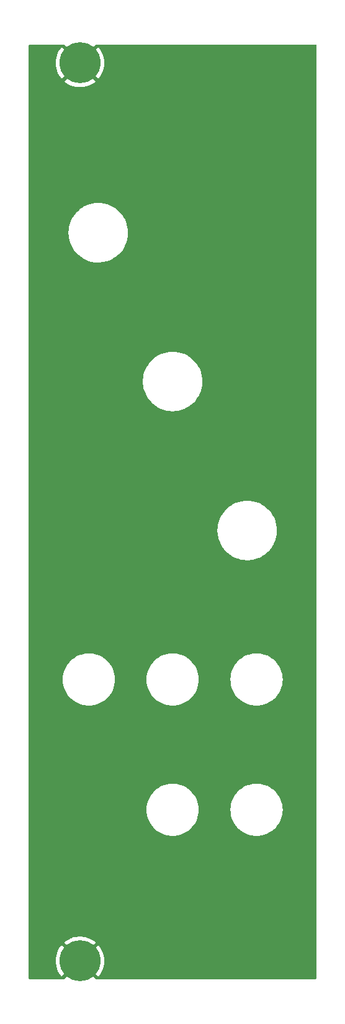
<source format=gbl>
G04 #@! TF.GenerationSoftware,KiCad,Pcbnew,6.0.0-d3dd2cf0fa~116~ubuntu20.04.1*
G04 #@! TF.CreationDate,2022-01-02T10:53:34-05:00*
G04 #@! TF.ProjectId,front_panel,66726f6e-745f-4706-916e-656c2e6b6963,0*
G04 #@! TF.SameCoordinates,Original*
G04 #@! TF.FileFunction,Copper,L2,Bot*
G04 #@! TF.FilePolarity,Positive*
%FSLAX46Y46*%
G04 Gerber Fmt 4.6, Leading zero omitted, Abs format (unit mm)*
G04 Created by KiCad (PCBNEW 6.0.0-d3dd2cf0fa~116~ubuntu20.04.1) date 2022-01-02 10:53:34*
%MOMM*%
%LPD*%
G01*
G04 APERTURE LIST*
G04 #@! TA.AperFunction,ComponentPad*
%ADD10C,5.600000*%
G04 #@! TD*
G04 APERTURE END LIST*
D10*
X120700000Y-148880000D03*
X120700000Y-26380000D03*
G04 #@! TA.AperFunction,Conductor*
G36*
X118583142Y-23908002D02*
G01*
X118604116Y-23924905D01*
X120687190Y-26007980D01*
X120701131Y-26015592D01*
X120702966Y-26015461D01*
X120709580Y-26011210D01*
X122795884Y-23924905D01*
X122858196Y-23890880D01*
X122884979Y-23888000D01*
X152866000Y-23888000D01*
X152934121Y-23908002D01*
X152980614Y-23961658D01*
X152992000Y-24014000D01*
X152992000Y-151246000D01*
X152971998Y-151314121D01*
X152918342Y-151360614D01*
X152866000Y-151372000D01*
X122884979Y-151372000D01*
X122816858Y-151351998D01*
X122795884Y-151335095D01*
X120712810Y-149252020D01*
X120698869Y-149244408D01*
X120697034Y-149244539D01*
X120690420Y-149248790D01*
X118604116Y-151335095D01*
X118541804Y-151369120D01*
X118515021Y-151372000D01*
X113834000Y-151372000D01*
X113765879Y-151351998D01*
X113719386Y-151298342D01*
X113708000Y-151246000D01*
X113708000Y-148871832D01*
X117387333Y-148871832D01*
X117405117Y-149222893D01*
X117405827Y-149229649D01*
X117461420Y-149576723D01*
X117462859Y-149583378D01*
X117555608Y-149922410D01*
X117557757Y-149928871D01*
X117686581Y-150255912D01*
X117689412Y-150262095D01*
X117852803Y-150573310D01*
X117856286Y-150579152D01*
X118052330Y-150870896D01*
X118056433Y-150876340D01*
X118176425Y-151018836D01*
X118189164Y-151027279D01*
X118199608Y-151021181D01*
X120327980Y-148892810D01*
X120334357Y-148881131D01*
X121064408Y-148881131D01*
X121064539Y-148882966D01*
X121068790Y-148889580D01*
X123199009Y-151019798D01*
X123212605Y-151027223D01*
X123222218Y-151020522D01*
X123322518Y-150903912D01*
X123326676Y-150898514D01*
X123525762Y-150608840D01*
X123529310Y-150603029D01*
X123695942Y-150293559D01*
X123698849Y-150287381D01*
X123831090Y-149961713D01*
X123833304Y-149955283D01*
X123929598Y-149617237D01*
X123931105Y-149610607D01*
X123990332Y-149264118D01*
X123991112Y-149257378D01*
X124012668Y-148904925D01*
X124012784Y-148901323D01*
X124012853Y-148881819D01*
X124012761Y-148878194D01*
X123993666Y-148525615D01*
X123992931Y-148518849D01*
X123936130Y-148171985D01*
X123934663Y-148165313D01*
X123840736Y-147826627D01*
X123838562Y-147820163D01*
X123708598Y-147493578D01*
X123705742Y-147487398D01*
X123541269Y-147176763D01*
X123537769Y-147170937D01*
X123340697Y-146879862D01*
X123336590Y-146874453D01*
X123223565Y-146741179D01*
X123210740Y-146732743D01*
X123200416Y-146738795D01*
X121072020Y-148867190D01*
X121064408Y-148881131D01*
X120334357Y-148881131D01*
X120335592Y-148878869D01*
X120335461Y-148877034D01*
X120331210Y-148870420D01*
X118200992Y-146740203D01*
X118187455Y-146732811D01*
X118177753Y-146739599D01*
X118070430Y-146865257D01*
X118066296Y-146870664D01*
X117868215Y-147161041D01*
X117864697Y-147166851D01*
X117699134Y-147476922D01*
X117696259Y-147483087D01*
X117565155Y-147809218D01*
X117562962Y-147815658D01*
X117467846Y-148154044D01*
X117466363Y-148160679D01*
X117408350Y-148507354D01*
X117407591Y-148514126D01*
X117387357Y-148865037D01*
X117387333Y-148871832D01*
X113708000Y-148871832D01*
X113708000Y-146366862D01*
X118549950Y-146366862D01*
X118549986Y-146367704D01*
X118555037Y-146375826D01*
X120687190Y-148507980D01*
X120701131Y-148515592D01*
X120702966Y-148515461D01*
X120709580Y-148511210D01*
X122842798Y-146377991D01*
X122850412Y-146364047D01*
X122850344Y-146363089D01*
X122845836Y-146356272D01*
X122844418Y-146355065D01*
X122564813Y-146142064D01*
X122559187Y-146138240D01*
X122258214Y-145956681D01*
X122252202Y-145953484D01*
X121933370Y-145805487D01*
X121927070Y-145802967D01*
X121594129Y-145690273D01*
X121587551Y-145688437D01*
X121244417Y-145612367D01*
X121237678Y-145611251D01*
X120888310Y-145572680D01*
X120881529Y-145572301D01*
X120530015Y-145571687D01*
X120523242Y-145572042D01*
X120173720Y-145609395D01*
X120167010Y-145610482D01*
X119823586Y-145685361D01*
X119817011Y-145687172D01*
X119483683Y-145798702D01*
X119477361Y-145801205D01*
X119158034Y-145948079D01*
X119151991Y-145951265D01*
X118850401Y-146131763D01*
X118844755Y-146135571D01*
X118564408Y-146347596D01*
X118559211Y-146351987D01*
X118557972Y-146353155D01*
X118549950Y-146366862D01*
X113708000Y-146366862D01*
X113708000Y-128265000D01*
X129777117Y-128265000D01*
X129796635Y-128637423D01*
X129854975Y-129005765D01*
X129951497Y-129365991D01*
X130085144Y-129714155D01*
X130254453Y-130046441D01*
X130457567Y-130359210D01*
X130692262Y-130649034D01*
X130955966Y-130912738D01*
X131245790Y-131147433D01*
X131558558Y-131350547D01*
X131561490Y-131352041D01*
X131561497Y-131352045D01*
X131887905Y-131518358D01*
X131890845Y-131519856D01*
X132239009Y-131653503D01*
X132599235Y-131750025D01*
X132794884Y-131781013D01*
X132964329Y-131807851D01*
X132964337Y-131807852D01*
X132967577Y-131808365D01*
X133340000Y-131827883D01*
X133712423Y-131808365D01*
X133715663Y-131807852D01*
X133715671Y-131807851D01*
X133885116Y-131781013D01*
X134080765Y-131750025D01*
X134440991Y-131653503D01*
X134789155Y-131519856D01*
X134792095Y-131518358D01*
X135118503Y-131352045D01*
X135118510Y-131352041D01*
X135121442Y-131350547D01*
X135434210Y-131147433D01*
X135724034Y-130912738D01*
X135987738Y-130649034D01*
X136222433Y-130359210D01*
X136425547Y-130046441D01*
X136594856Y-129714155D01*
X136728503Y-129365991D01*
X136825025Y-129005765D01*
X136883365Y-128637423D01*
X136902883Y-128265000D01*
X141227117Y-128265000D01*
X141246635Y-128637423D01*
X141304975Y-129005765D01*
X141401497Y-129365991D01*
X141535144Y-129714155D01*
X141704453Y-130046441D01*
X141907567Y-130359210D01*
X142142262Y-130649034D01*
X142405966Y-130912738D01*
X142695790Y-131147433D01*
X143008558Y-131350547D01*
X143011490Y-131352041D01*
X143011497Y-131352045D01*
X143337905Y-131518358D01*
X143340845Y-131519856D01*
X143689009Y-131653503D01*
X144049235Y-131750025D01*
X144244884Y-131781013D01*
X144414329Y-131807851D01*
X144414337Y-131807852D01*
X144417577Y-131808365D01*
X144790000Y-131827883D01*
X145162423Y-131808365D01*
X145165663Y-131807852D01*
X145165671Y-131807851D01*
X145335116Y-131781013D01*
X145530765Y-131750025D01*
X145890991Y-131653503D01*
X146239155Y-131519856D01*
X146242095Y-131518358D01*
X146568503Y-131352045D01*
X146568510Y-131352041D01*
X146571442Y-131350547D01*
X146884210Y-131147433D01*
X147174034Y-130912738D01*
X147437738Y-130649034D01*
X147672433Y-130359210D01*
X147875547Y-130046441D01*
X148044856Y-129714155D01*
X148178503Y-129365991D01*
X148275025Y-129005765D01*
X148333365Y-128637423D01*
X148352883Y-128265000D01*
X148333365Y-127892577D01*
X148275025Y-127524235D01*
X148178503Y-127164009D01*
X148044856Y-126815845D01*
X147875547Y-126483559D01*
X147672433Y-126170790D01*
X147437738Y-125880966D01*
X147174034Y-125617262D01*
X146884210Y-125382567D01*
X146571442Y-125179453D01*
X146568510Y-125177959D01*
X146568503Y-125177955D01*
X146242095Y-125011642D01*
X146239155Y-125010144D01*
X145890991Y-124876497D01*
X145530765Y-124779975D01*
X145335116Y-124748987D01*
X145165671Y-124722149D01*
X145165663Y-124722148D01*
X145162423Y-124721635D01*
X144790000Y-124702117D01*
X144417577Y-124721635D01*
X144414337Y-124722148D01*
X144414329Y-124722149D01*
X144244884Y-124748987D01*
X144049235Y-124779975D01*
X143689009Y-124876497D01*
X143340845Y-125010144D01*
X143337905Y-125011642D01*
X143011500Y-125177954D01*
X143011493Y-125177958D01*
X143008559Y-125179453D01*
X143005793Y-125181249D01*
X143005790Y-125181251D01*
X142800138Y-125314803D01*
X142695790Y-125382567D01*
X142405966Y-125617262D01*
X142142262Y-125880966D01*
X141907567Y-126170790D01*
X141704453Y-126483559D01*
X141535144Y-126815845D01*
X141401497Y-127164009D01*
X141304975Y-127524235D01*
X141246635Y-127892577D01*
X141227117Y-128265000D01*
X136902883Y-128265000D01*
X136883365Y-127892577D01*
X136825025Y-127524235D01*
X136728503Y-127164009D01*
X136594856Y-126815845D01*
X136425547Y-126483559D01*
X136222433Y-126170790D01*
X135987738Y-125880966D01*
X135724034Y-125617262D01*
X135434210Y-125382567D01*
X135121442Y-125179453D01*
X135118510Y-125177959D01*
X135118503Y-125177955D01*
X134792095Y-125011642D01*
X134789155Y-125010144D01*
X134440991Y-124876497D01*
X134080765Y-124779975D01*
X133885116Y-124748987D01*
X133715671Y-124722149D01*
X133715663Y-124722148D01*
X133712423Y-124721635D01*
X133340000Y-124702117D01*
X132967577Y-124721635D01*
X132964337Y-124722148D01*
X132964329Y-124722149D01*
X132794884Y-124748987D01*
X132599235Y-124779975D01*
X132239009Y-124876497D01*
X131890845Y-125010144D01*
X131887905Y-125011642D01*
X131561500Y-125177954D01*
X131561493Y-125177958D01*
X131558559Y-125179453D01*
X131555793Y-125181249D01*
X131555790Y-125181251D01*
X131350138Y-125314803D01*
X131245790Y-125382567D01*
X130955966Y-125617262D01*
X130692262Y-125880966D01*
X130457567Y-126170790D01*
X130254453Y-126483559D01*
X130085144Y-126815845D01*
X129951497Y-127164009D01*
X129854975Y-127524235D01*
X129796635Y-127892577D01*
X129777117Y-128265000D01*
X113708000Y-128265000D01*
X113708000Y-110490000D01*
X118352117Y-110490000D01*
X118371635Y-110862423D01*
X118429975Y-111230765D01*
X118526497Y-111590991D01*
X118660144Y-111939155D01*
X118829453Y-112271441D01*
X119032567Y-112584210D01*
X119267262Y-112874034D01*
X119530966Y-113137738D01*
X119820790Y-113372433D01*
X120133558Y-113575547D01*
X120136490Y-113577041D01*
X120136497Y-113577045D01*
X120462905Y-113743358D01*
X120465845Y-113744856D01*
X120814009Y-113878503D01*
X121174235Y-113975025D01*
X121369884Y-114006013D01*
X121539329Y-114032851D01*
X121539337Y-114032852D01*
X121542577Y-114033365D01*
X121915000Y-114052883D01*
X122287423Y-114033365D01*
X122290663Y-114032852D01*
X122290671Y-114032851D01*
X122460116Y-114006013D01*
X122655765Y-113975025D01*
X123015991Y-113878503D01*
X123364155Y-113744856D01*
X123367095Y-113743358D01*
X123693503Y-113577045D01*
X123693510Y-113577041D01*
X123696442Y-113575547D01*
X124009210Y-113372433D01*
X124299034Y-113137738D01*
X124562738Y-112874034D01*
X124797433Y-112584210D01*
X125000547Y-112271441D01*
X125169856Y-111939155D01*
X125303503Y-111590991D01*
X125400025Y-111230765D01*
X125458365Y-110862423D01*
X125477883Y-110490000D01*
X129777117Y-110490000D01*
X129796635Y-110862423D01*
X129854975Y-111230765D01*
X129951497Y-111590991D01*
X130085144Y-111939155D01*
X130254453Y-112271441D01*
X130457567Y-112584210D01*
X130692262Y-112874034D01*
X130955966Y-113137738D01*
X131245790Y-113372433D01*
X131558558Y-113575547D01*
X131561490Y-113577041D01*
X131561497Y-113577045D01*
X131887905Y-113743358D01*
X131890845Y-113744856D01*
X132239009Y-113878503D01*
X132599235Y-113975025D01*
X132794884Y-114006013D01*
X132964329Y-114032851D01*
X132964337Y-114032852D01*
X132967577Y-114033365D01*
X133340000Y-114052883D01*
X133712423Y-114033365D01*
X133715663Y-114032852D01*
X133715671Y-114032851D01*
X133885116Y-114006013D01*
X134080765Y-113975025D01*
X134440991Y-113878503D01*
X134789155Y-113744856D01*
X134792095Y-113743358D01*
X135118503Y-113577045D01*
X135118510Y-113577041D01*
X135121442Y-113575547D01*
X135434210Y-113372433D01*
X135724034Y-113137738D01*
X135987738Y-112874034D01*
X136222433Y-112584210D01*
X136425547Y-112271441D01*
X136594856Y-111939155D01*
X136728503Y-111590991D01*
X136825025Y-111230765D01*
X136883365Y-110862423D01*
X136902883Y-110490000D01*
X141227117Y-110490000D01*
X141246635Y-110862423D01*
X141304975Y-111230765D01*
X141401497Y-111590991D01*
X141535144Y-111939155D01*
X141704453Y-112271441D01*
X141907567Y-112584210D01*
X142142262Y-112874034D01*
X142405966Y-113137738D01*
X142695790Y-113372433D01*
X143008558Y-113575547D01*
X143011490Y-113577041D01*
X143011497Y-113577045D01*
X143337905Y-113743358D01*
X143340845Y-113744856D01*
X143689009Y-113878503D01*
X144049235Y-113975025D01*
X144244884Y-114006013D01*
X144414329Y-114032851D01*
X144414337Y-114032852D01*
X144417577Y-114033365D01*
X144790000Y-114052883D01*
X145162423Y-114033365D01*
X145165663Y-114032852D01*
X145165671Y-114032851D01*
X145335116Y-114006013D01*
X145530765Y-113975025D01*
X145890991Y-113878503D01*
X146239155Y-113744856D01*
X146242095Y-113743358D01*
X146568503Y-113577045D01*
X146568510Y-113577041D01*
X146571442Y-113575547D01*
X146884210Y-113372433D01*
X147174034Y-113137738D01*
X147437738Y-112874034D01*
X147672433Y-112584210D01*
X147875547Y-112271441D01*
X148044856Y-111939155D01*
X148178503Y-111590991D01*
X148275025Y-111230765D01*
X148333365Y-110862423D01*
X148352883Y-110490000D01*
X148333365Y-110117577D01*
X148275025Y-109749235D01*
X148178503Y-109389009D01*
X148044856Y-109040845D01*
X147875547Y-108708559D01*
X147672433Y-108395790D01*
X147437738Y-108105966D01*
X147174034Y-107842262D01*
X146884210Y-107607567D01*
X146571442Y-107404453D01*
X146568510Y-107402959D01*
X146568503Y-107402955D01*
X146242095Y-107236642D01*
X146239155Y-107235144D01*
X145890991Y-107101497D01*
X145530765Y-107004975D01*
X145335116Y-106973987D01*
X145165671Y-106947149D01*
X145165663Y-106947148D01*
X145162423Y-106946635D01*
X144790000Y-106927117D01*
X144417577Y-106946635D01*
X144414337Y-106947148D01*
X144414329Y-106947149D01*
X144244884Y-106973987D01*
X144049235Y-107004975D01*
X143689009Y-107101497D01*
X143340845Y-107235144D01*
X143337905Y-107236642D01*
X143011500Y-107402954D01*
X143011493Y-107402958D01*
X143008559Y-107404453D01*
X143005793Y-107406249D01*
X143005790Y-107406251D01*
X142800138Y-107539803D01*
X142695790Y-107607567D01*
X142405966Y-107842262D01*
X142142262Y-108105966D01*
X141907567Y-108395790D01*
X141704453Y-108708559D01*
X141535144Y-109040845D01*
X141401497Y-109389009D01*
X141304975Y-109749235D01*
X141246635Y-110117577D01*
X141227117Y-110490000D01*
X136902883Y-110490000D01*
X136883365Y-110117577D01*
X136825025Y-109749235D01*
X136728503Y-109389009D01*
X136594856Y-109040845D01*
X136425547Y-108708559D01*
X136222433Y-108395790D01*
X135987738Y-108105966D01*
X135724034Y-107842262D01*
X135434210Y-107607567D01*
X135121442Y-107404453D01*
X135118510Y-107402959D01*
X135118503Y-107402955D01*
X134792095Y-107236642D01*
X134789155Y-107235144D01*
X134440991Y-107101497D01*
X134080765Y-107004975D01*
X133885116Y-106973987D01*
X133715671Y-106947149D01*
X133715663Y-106947148D01*
X133712423Y-106946635D01*
X133340000Y-106927117D01*
X132967577Y-106946635D01*
X132964337Y-106947148D01*
X132964329Y-106947149D01*
X132794884Y-106973987D01*
X132599235Y-107004975D01*
X132239009Y-107101497D01*
X131890845Y-107235144D01*
X131887905Y-107236642D01*
X131561500Y-107402954D01*
X131561493Y-107402958D01*
X131558559Y-107404453D01*
X131555793Y-107406249D01*
X131555790Y-107406251D01*
X131350138Y-107539803D01*
X131245790Y-107607567D01*
X130955966Y-107842262D01*
X130692262Y-108105966D01*
X130457567Y-108395790D01*
X130254453Y-108708559D01*
X130085144Y-109040845D01*
X129951497Y-109389009D01*
X129854975Y-109749235D01*
X129796635Y-110117577D01*
X129777117Y-110490000D01*
X125477883Y-110490000D01*
X125458365Y-110117577D01*
X125400025Y-109749235D01*
X125303503Y-109389009D01*
X125169856Y-109040845D01*
X125000547Y-108708559D01*
X124797433Y-108395790D01*
X124562738Y-108105966D01*
X124299034Y-107842262D01*
X124009210Y-107607567D01*
X123696442Y-107404453D01*
X123693510Y-107402959D01*
X123693503Y-107402955D01*
X123367095Y-107236642D01*
X123364155Y-107235144D01*
X123015991Y-107101497D01*
X122655765Y-107004975D01*
X122460116Y-106973987D01*
X122290671Y-106947149D01*
X122290663Y-106947148D01*
X122287423Y-106946635D01*
X121915000Y-106927117D01*
X121542577Y-106946635D01*
X121539337Y-106947148D01*
X121539329Y-106947149D01*
X121369884Y-106973987D01*
X121174235Y-107004975D01*
X120814009Y-107101497D01*
X120465845Y-107235144D01*
X120462905Y-107236642D01*
X120136500Y-107402954D01*
X120136493Y-107402958D01*
X120133559Y-107404453D01*
X120130793Y-107406249D01*
X120130790Y-107406251D01*
X119925138Y-107539803D01*
X119820790Y-107607567D01*
X119530966Y-107842262D01*
X119267262Y-108105966D01*
X119032567Y-108395790D01*
X118829453Y-108708559D01*
X118660144Y-109040845D01*
X118526497Y-109389009D01*
X118429975Y-109749235D01*
X118371635Y-110117577D01*
X118352117Y-110490000D01*
X113708000Y-110490000D01*
X113708000Y-90108273D01*
X139452502Y-90108273D01*
X139452610Y-90111360D01*
X139453000Y-90122524D01*
X139453000Y-90122527D01*
X139458445Y-90278443D01*
X139466355Y-90504974D01*
X139466761Y-90508018D01*
X139466762Y-90508028D01*
X139494519Y-90716055D01*
X139518853Y-90898430D01*
X139519553Y-90901414D01*
X139519554Y-90901420D01*
X139557952Y-91065128D01*
X139609496Y-91284885D01*
X139737417Y-91660651D01*
X139901396Y-92022140D01*
X140099867Y-92365903D01*
X140101650Y-92368394D01*
X140101651Y-92368395D01*
X140202605Y-92509406D01*
X140330937Y-92688658D01*
X140592399Y-92987323D01*
X140594647Y-92989434D01*
X140879503Y-93256932D01*
X140879510Y-93256938D01*
X140881758Y-93259049D01*
X140884208Y-93260936D01*
X140884213Y-93260940D01*
X141193808Y-93499361D01*
X141196251Y-93501242D01*
X141532878Y-93711590D01*
X141888424Y-93888085D01*
X142259497Y-94029042D01*
X142642553Y-94133116D01*
X142645596Y-94133631D01*
X142645602Y-94133632D01*
X143030896Y-94198800D01*
X143030903Y-94198801D01*
X143033937Y-94199314D01*
X143037008Y-94199529D01*
X143037010Y-94199529D01*
X143426847Y-94226789D01*
X143426855Y-94226789D01*
X143429913Y-94227003D01*
X143684685Y-94219887D01*
X143823627Y-94216006D01*
X143823630Y-94216006D01*
X143826701Y-94215920D01*
X143829754Y-94215534D01*
X143829758Y-94215534D01*
X144018266Y-94191720D01*
X144220514Y-94166170D01*
X144223517Y-94165488D01*
X144223521Y-94165487D01*
X144604597Y-94078908D01*
X144604603Y-94078906D01*
X144607593Y-94078227D01*
X144610512Y-94077256D01*
X144981318Y-93953906D01*
X144981324Y-93953904D01*
X144984242Y-93952933D01*
X145127434Y-93889180D01*
X145344068Y-93792729D01*
X145344074Y-93792726D01*
X145346868Y-93791482D01*
X145692007Y-93595415D01*
X146016367Y-93366604D01*
X146143424Y-93256932D01*
X146314524Y-93109243D01*
X146314528Y-93109239D01*
X146316851Y-93107234D01*
X146363628Y-93058114D01*
X146588475Y-92822001D01*
X146590591Y-92819779D01*
X146834973Y-92506983D01*
X147047666Y-92171833D01*
X147121930Y-92024816D01*
X147225252Y-91820271D01*
X147226638Y-91817528D01*
X147370183Y-91447449D01*
X147476928Y-91065128D01*
X147545857Y-90674216D01*
X147576310Y-90278443D01*
X147577894Y-90165000D01*
X147558503Y-89768531D01*
X147500517Y-89375846D01*
X147404488Y-88990694D01*
X147386254Y-88939486D01*
X147272367Y-88619654D01*
X147272365Y-88619649D01*
X147271333Y-88616751D01*
X147102322Y-88257587D01*
X147074227Y-88210456D01*
X146900651Y-87919280D01*
X146899071Y-87916629D01*
X146663517Y-87597132D01*
X146397911Y-87302146D01*
X146104786Y-87034486D01*
X145786941Y-86796708D01*
X145732533Y-86763757D01*
X145450039Y-86592672D01*
X145450030Y-86592667D01*
X145447411Y-86591081D01*
X145089435Y-86419568D01*
X145030040Y-86397950D01*
X144719318Y-86284856D01*
X144719315Y-86284855D01*
X144716430Y-86283805D01*
X144713468Y-86283045D01*
X144713460Y-86283042D01*
X144334927Y-86185852D01*
X144334921Y-86185851D01*
X144331958Y-86185090D01*
X143939688Y-86124363D01*
X143936631Y-86124192D01*
X143936630Y-86124192D01*
X143905799Y-86122468D01*
X143543364Y-86102205D01*
X143540286Y-86102334D01*
X143540282Y-86102334D01*
X143282213Y-86113150D01*
X143146769Y-86118827D01*
X143143725Y-86119255D01*
X143143723Y-86119255D01*
X143104041Y-86124832D01*
X142753690Y-86174071D01*
X142367877Y-86267409D01*
X141993013Y-86397950D01*
X141943343Y-86420901D01*
X141635474Y-86563156D01*
X141635464Y-86563161D01*
X141632677Y-86564449D01*
X141290309Y-86765315D01*
X141244558Y-86798555D01*
X140971656Y-86996829D01*
X140971650Y-86996834D01*
X140969175Y-86998632D01*
X140966889Y-87000661D01*
X140966886Y-87000664D01*
X140928792Y-87034486D01*
X140672342Y-87262173D01*
X140670263Y-87264418D01*
X140670256Y-87264425D01*
X140533123Y-87412516D01*
X140402643Y-87553422D01*
X140162651Y-87869599D01*
X139954659Y-88207686D01*
X139780651Y-88564456D01*
X139779579Y-88567340D01*
X139779578Y-88567341D01*
X139761203Y-88616751D01*
X139642287Y-88936503D01*
X139540890Y-89320277D01*
X139477426Y-89712114D01*
X139477232Y-89715194D01*
X139477232Y-89715196D01*
X139473877Y-89768531D01*
X139452502Y-90108273D01*
X113708000Y-90108273D01*
X113708000Y-69783273D01*
X129277502Y-69783273D01*
X129277610Y-69786360D01*
X129278000Y-69797524D01*
X129278000Y-69797527D01*
X129283445Y-69953443D01*
X129291355Y-70179974D01*
X129291761Y-70183018D01*
X129291762Y-70183028D01*
X129319519Y-70391055D01*
X129343853Y-70573430D01*
X129344553Y-70576414D01*
X129344554Y-70576420D01*
X129382952Y-70740128D01*
X129434496Y-70959885D01*
X129562417Y-71335651D01*
X129726396Y-71697140D01*
X129924867Y-72040903D01*
X129926650Y-72043394D01*
X129926651Y-72043395D01*
X130027605Y-72184406D01*
X130155937Y-72363658D01*
X130417399Y-72662323D01*
X130419647Y-72664434D01*
X130704503Y-72931932D01*
X130704510Y-72931938D01*
X130706758Y-72934049D01*
X130709208Y-72935936D01*
X130709213Y-72935940D01*
X131018808Y-73174361D01*
X131021251Y-73176242D01*
X131357878Y-73386590D01*
X131713424Y-73563085D01*
X132084497Y-73704042D01*
X132467553Y-73808116D01*
X132470596Y-73808631D01*
X132470602Y-73808632D01*
X132855896Y-73873800D01*
X132855903Y-73873801D01*
X132858937Y-73874314D01*
X132862008Y-73874529D01*
X132862010Y-73874529D01*
X133251847Y-73901789D01*
X133251855Y-73901789D01*
X133254913Y-73902003D01*
X133509685Y-73894887D01*
X133648627Y-73891006D01*
X133648630Y-73891006D01*
X133651701Y-73890920D01*
X133654754Y-73890534D01*
X133654758Y-73890534D01*
X133843266Y-73866720D01*
X134045514Y-73841170D01*
X134048517Y-73840488D01*
X134048521Y-73840487D01*
X134429597Y-73753908D01*
X134429603Y-73753906D01*
X134432593Y-73753227D01*
X134435512Y-73752256D01*
X134806318Y-73628906D01*
X134806324Y-73628904D01*
X134809242Y-73627933D01*
X134952434Y-73564180D01*
X135169068Y-73467729D01*
X135169074Y-73467726D01*
X135171868Y-73466482D01*
X135517007Y-73270415D01*
X135841367Y-73041604D01*
X135968424Y-72931932D01*
X136139524Y-72784243D01*
X136139528Y-72784239D01*
X136141851Y-72782234D01*
X136188628Y-72733114D01*
X136413475Y-72497001D01*
X136415591Y-72494779D01*
X136659973Y-72181983D01*
X136872666Y-71846833D01*
X136946930Y-71699816D01*
X137050252Y-71495271D01*
X137051638Y-71492528D01*
X137195183Y-71122449D01*
X137301928Y-70740128D01*
X137370857Y-70349216D01*
X137401310Y-69953443D01*
X137402894Y-69840000D01*
X137383503Y-69443531D01*
X137325517Y-69050846D01*
X137229488Y-68665694D01*
X137211254Y-68614486D01*
X137097367Y-68294654D01*
X137097365Y-68294649D01*
X137096333Y-68291751D01*
X136927322Y-67932587D01*
X136899227Y-67885456D01*
X136725651Y-67594280D01*
X136724071Y-67591629D01*
X136488517Y-67272132D01*
X136222911Y-66977146D01*
X135929786Y-66709486D01*
X135611941Y-66471708D01*
X135557533Y-66438757D01*
X135275039Y-66267672D01*
X135275030Y-66267667D01*
X135272411Y-66266081D01*
X134914435Y-66094568D01*
X134855040Y-66072950D01*
X134544318Y-65959856D01*
X134544315Y-65959855D01*
X134541430Y-65958805D01*
X134538468Y-65958045D01*
X134538460Y-65958042D01*
X134159927Y-65860852D01*
X134159921Y-65860851D01*
X134156958Y-65860090D01*
X133764688Y-65799363D01*
X133761631Y-65799192D01*
X133761630Y-65799192D01*
X133730799Y-65797468D01*
X133368364Y-65777205D01*
X133365286Y-65777334D01*
X133365282Y-65777334D01*
X133107213Y-65788150D01*
X132971769Y-65793827D01*
X132968725Y-65794255D01*
X132968723Y-65794255D01*
X132929041Y-65799832D01*
X132578690Y-65849071D01*
X132192877Y-65942409D01*
X131818013Y-66072950D01*
X131768343Y-66095901D01*
X131460474Y-66238156D01*
X131460464Y-66238161D01*
X131457677Y-66239449D01*
X131115309Y-66440315D01*
X131069558Y-66473555D01*
X130796656Y-66671829D01*
X130796650Y-66671834D01*
X130794175Y-66673632D01*
X130791889Y-66675661D01*
X130791886Y-66675664D01*
X130753792Y-66709486D01*
X130497342Y-66937173D01*
X130495263Y-66939418D01*
X130495256Y-66939425D01*
X130358123Y-67087516D01*
X130227643Y-67228422D01*
X129987651Y-67544599D01*
X129779659Y-67882686D01*
X129605651Y-68239456D01*
X129604579Y-68242340D01*
X129604578Y-68242341D01*
X129586203Y-68291751D01*
X129467287Y-68611503D01*
X129365890Y-68995277D01*
X129302426Y-69387114D01*
X129302232Y-69390194D01*
X129302232Y-69390196D01*
X129298877Y-69443531D01*
X129277502Y-69783273D01*
X113708000Y-69783273D01*
X113708000Y-49483273D01*
X119127502Y-49483273D01*
X119127610Y-49486360D01*
X119128000Y-49497524D01*
X119128000Y-49497527D01*
X119133445Y-49653443D01*
X119141355Y-49879974D01*
X119141761Y-49883018D01*
X119141762Y-49883028D01*
X119169519Y-50091055D01*
X119193853Y-50273430D01*
X119194553Y-50276414D01*
X119194554Y-50276420D01*
X119232952Y-50440128D01*
X119284496Y-50659885D01*
X119412417Y-51035651D01*
X119576396Y-51397140D01*
X119774867Y-51740903D01*
X119776650Y-51743394D01*
X119776651Y-51743395D01*
X119877605Y-51884406D01*
X120005937Y-52063658D01*
X120267399Y-52362323D01*
X120269647Y-52364434D01*
X120554503Y-52631932D01*
X120554510Y-52631938D01*
X120556758Y-52634049D01*
X120559208Y-52635936D01*
X120559213Y-52635940D01*
X120868808Y-52874361D01*
X120871251Y-52876242D01*
X121207878Y-53086590D01*
X121563424Y-53263085D01*
X121934497Y-53404042D01*
X122317553Y-53508116D01*
X122320596Y-53508631D01*
X122320602Y-53508632D01*
X122705896Y-53573800D01*
X122705903Y-53573801D01*
X122708937Y-53574314D01*
X122712008Y-53574529D01*
X122712010Y-53574529D01*
X123101847Y-53601789D01*
X123101855Y-53601789D01*
X123104913Y-53602003D01*
X123359685Y-53594887D01*
X123498627Y-53591006D01*
X123498630Y-53591006D01*
X123501701Y-53590920D01*
X123504754Y-53590534D01*
X123504758Y-53590534D01*
X123693266Y-53566720D01*
X123895514Y-53541170D01*
X123898517Y-53540488D01*
X123898521Y-53540487D01*
X124279597Y-53453908D01*
X124279603Y-53453906D01*
X124282593Y-53453227D01*
X124285512Y-53452256D01*
X124656318Y-53328906D01*
X124656324Y-53328904D01*
X124659242Y-53327933D01*
X124802434Y-53264180D01*
X125019068Y-53167729D01*
X125019074Y-53167726D01*
X125021868Y-53166482D01*
X125367007Y-52970415D01*
X125691367Y-52741604D01*
X125818424Y-52631932D01*
X125989524Y-52484243D01*
X125989528Y-52484239D01*
X125991851Y-52482234D01*
X126038628Y-52433114D01*
X126263475Y-52197001D01*
X126265591Y-52194779D01*
X126509973Y-51881983D01*
X126722666Y-51546833D01*
X126796930Y-51399816D01*
X126900252Y-51195271D01*
X126901638Y-51192528D01*
X127045183Y-50822449D01*
X127151928Y-50440128D01*
X127220857Y-50049216D01*
X127251310Y-49653443D01*
X127252894Y-49540000D01*
X127233503Y-49143531D01*
X127175517Y-48750846D01*
X127079488Y-48365694D01*
X127061254Y-48314486D01*
X126947367Y-47994654D01*
X126947365Y-47994649D01*
X126946333Y-47991751D01*
X126777322Y-47632587D01*
X126749227Y-47585456D01*
X126575651Y-47294280D01*
X126574071Y-47291629D01*
X126338517Y-46972132D01*
X126072911Y-46677146D01*
X125779786Y-46409486D01*
X125461941Y-46171708D01*
X125407533Y-46138757D01*
X125125039Y-45967672D01*
X125125030Y-45967667D01*
X125122411Y-45966081D01*
X124764435Y-45794568D01*
X124705040Y-45772950D01*
X124394318Y-45659856D01*
X124394315Y-45659855D01*
X124391430Y-45658805D01*
X124388468Y-45658045D01*
X124388460Y-45658042D01*
X124009927Y-45560852D01*
X124009921Y-45560851D01*
X124006958Y-45560090D01*
X123614688Y-45499363D01*
X123611631Y-45499192D01*
X123611630Y-45499192D01*
X123580799Y-45497468D01*
X123218364Y-45477205D01*
X123215286Y-45477334D01*
X123215282Y-45477334D01*
X122957213Y-45488150D01*
X122821769Y-45493827D01*
X122818725Y-45494255D01*
X122818723Y-45494255D01*
X122779041Y-45499832D01*
X122428690Y-45549071D01*
X122042877Y-45642409D01*
X121668013Y-45772950D01*
X121618343Y-45795901D01*
X121310474Y-45938156D01*
X121310464Y-45938161D01*
X121307677Y-45939449D01*
X120965309Y-46140315D01*
X120919558Y-46173555D01*
X120646656Y-46371829D01*
X120646650Y-46371834D01*
X120644175Y-46373632D01*
X120641889Y-46375661D01*
X120641886Y-46375664D01*
X120603792Y-46409486D01*
X120347342Y-46637173D01*
X120345263Y-46639418D01*
X120345256Y-46639425D01*
X120208123Y-46787516D01*
X120077643Y-46928422D01*
X119837651Y-47244599D01*
X119629659Y-47582686D01*
X119455651Y-47939456D01*
X119454579Y-47942340D01*
X119454578Y-47942341D01*
X119436203Y-47991751D01*
X119317287Y-48311503D01*
X119215890Y-48695277D01*
X119152426Y-49087114D01*
X119152232Y-49090194D01*
X119152232Y-49090196D01*
X119148877Y-49143531D01*
X119127502Y-49483273D01*
X113708000Y-49483273D01*
X113708000Y-28896381D01*
X118549160Y-28896381D01*
X118549237Y-28897470D01*
X118551698Y-28901206D01*
X118825632Y-29111404D01*
X118831262Y-29115259D01*
X119131591Y-29297862D01*
X119137593Y-29301080D01*
X119455897Y-29450184D01*
X119462202Y-29452732D01*
X119794743Y-29566587D01*
X119801313Y-29568446D01*
X120144183Y-29645714D01*
X120150912Y-29646853D01*
X120500143Y-29686643D01*
X120506933Y-29687046D01*
X120858419Y-29688886D01*
X120865220Y-29688554D01*
X121214853Y-29652423D01*
X121221581Y-29651357D01*
X121565274Y-29577676D01*
X121571822Y-29575897D01*
X121905549Y-29465527D01*
X121911891Y-29463041D01*
X122231718Y-29317288D01*
X122237777Y-29314121D01*
X122539995Y-29134676D01*
X122545659Y-29130884D01*
X122826732Y-28919849D01*
X122831958Y-28915464D01*
X122841613Y-28906428D01*
X122849682Y-28892750D01*
X122849654Y-28892024D01*
X122844512Y-28883723D01*
X120712810Y-26752020D01*
X120698869Y-26744408D01*
X120697034Y-26744539D01*
X120690420Y-26748790D01*
X118556774Y-28882437D01*
X118549160Y-28896381D01*
X113708000Y-28896381D01*
X113708000Y-26371832D01*
X117387333Y-26371832D01*
X117405117Y-26722893D01*
X117405827Y-26729649D01*
X117461420Y-27076723D01*
X117462859Y-27083378D01*
X117555608Y-27422410D01*
X117557757Y-27428871D01*
X117686581Y-27755912D01*
X117689412Y-27762095D01*
X117852803Y-28073310D01*
X117856286Y-28079152D01*
X118052330Y-28370896D01*
X118056433Y-28376340D01*
X118176425Y-28518836D01*
X118189164Y-28527279D01*
X118199608Y-28521181D01*
X120327980Y-26392810D01*
X120334357Y-26381131D01*
X121064408Y-26381131D01*
X121064539Y-26382966D01*
X121068790Y-26389580D01*
X123199009Y-28519798D01*
X123212605Y-28527223D01*
X123222218Y-28520522D01*
X123322518Y-28403912D01*
X123326676Y-28398514D01*
X123525762Y-28108840D01*
X123529310Y-28103029D01*
X123695942Y-27793559D01*
X123698849Y-27787381D01*
X123831090Y-27461713D01*
X123833304Y-27455283D01*
X123929598Y-27117237D01*
X123931105Y-27110607D01*
X123990332Y-26764118D01*
X123991112Y-26757378D01*
X124012668Y-26404925D01*
X124012784Y-26401323D01*
X124012853Y-26381819D01*
X124012761Y-26378194D01*
X123993666Y-26025615D01*
X123992931Y-26018849D01*
X123936130Y-25671985D01*
X123934663Y-25665313D01*
X123840736Y-25326627D01*
X123838562Y-25320163D01*
X123708598Y-24993578D01*
X123705742Y-24987398D01*
X123541269Y-24676763D01*
X123537769Y-24670937D01*
X123340697Y-24379862D01*
X123336590Y-24374453D01*
X123223565Y-24241179D01*
X123210740Y-24232743D01*
X123200416Y-24238795D01*
X121072020Y-26367190D01*
X121064408Y-26381131D01*
X120334357Y-26381131D01*
X120335592Y-26378869D01*
X120335461Y-26377034D01*
X120331210Y-26370420D01*
X118200992Y-24240203D01*
X118187455Y-24232811D01*
X118177753Y-24239599D01*
X118070430Y-24365257D01*
X118066296Y-24370664D01*
X117868215Y-24661041D01*
X117864697Y-24666851D01*
X117699134Y-24976922D01*
X117696259Y-24983087D01*
X117565155Y-25309218D01*
X117562962Y-25315658D01*
X117467846Y-25654044D01*
X117466363Y-25660679D01*
X117408350Y-26007354D01*
X117407591Y-26014126D01*
X117387357Y-26365037D01*
X117387333Y-26371832D01*
X113708000Y-26371832D01*
X113708000Y-24014000D01*
X113728002Y-23945879D01*
X113781658Y-23899386D01*
X113834000Y-23888000D01*
X118515021Y-23888000D01*
X118583142Y-23908002D01*
G37*
G04 #@! TD.AperFunction*
M02*

</source>
